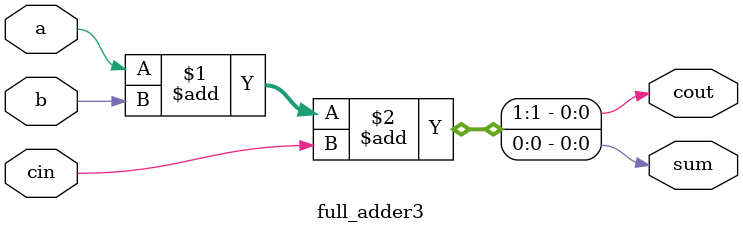
<source format=v>
module full_adder3(a,b,cin,sum,cout);
input a,b,cin;
output sum,cout;
assign {cout,sum} = a + b + cin;
endmodule


</source>
